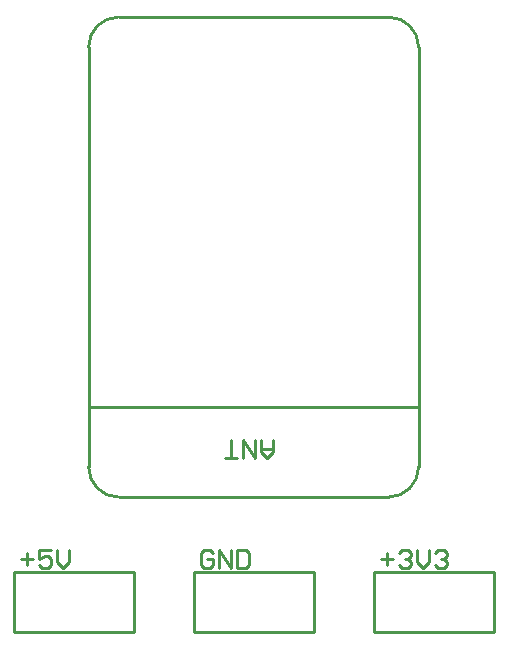
<source format=gto>
G04*
G04 #@! TF.GenerationSoftware,Altium Limited,Altium Designer,20.0.9 (164)*
G04*
G04 Layer_Color=65535*
%FSLAX25Y25*%
%MOIN*%
G70*
G01*
G75*
%ADD10C,0.01000*%
D10*
X540000Y390000D02*
G03*
X530000Y400000I-10000J0D01*
G01*
X440000D02*
G03*
X430000Y390000I0J-10000D01*
G01*
X530000Y240000D02*
G03*
X540000Y250000I0J10000D01*
G01*
X430000D02*
G03*
X440000Y240000I10000J0D01*
G01*
X430000Y270000D02*
X540000Y270000D01*
X440000Y400000D02*
X530000D01*
X540000Y250000D02*
X540000Y390000D01*
X440000Y240000D02*
X530000D01*
X430000Y250000D02*
Y390000D01*
X525000Y195000D02*
Y215000D01*
Y195000D02*
X565000D01*
Y215000D01*
X525000D02*
X565000D01*
X465000Y195000D02*
Y215000D01*
Y195000D02*
X505000D01*
Y215000D01*
X465000D02*
X505000D01*
X405000Y195000D02*
Y215000D01*
Y195000D02*
X445000D01*
Y215000D01*
X405000D02*
X445000D01*
X491378Y258878D02*
Y254879D01*
X489379Y252880D01*
X487379Y254879D01*
Y258878D01*
Y255879D01*
X491378D01*
X485380Y258878D02*
Y252880D01*
X481381Y258878D01*
Y252880D01*
X479382D02*
X475383D01*
X477383D01*
Y258878D01*
X471599Y221398D02*
X470599Y222398D01*
X468600D01*
X467600Y221398D01*
Y217400D01*
X468600Y216400D01*
X470599D01*
X471599Y217400D01*
Y219399D01*
X469599D01*
X473598Y216400D02*
Y222398D01*
X477597Y216400D01*
Y222398D01*
X479596D02*
Y216400D01*
X482595D01*
X483595Y217400D01*
Y221398D01*
X482595Y222398D01*
X479596D01*
X527600Y219399D02*
X531599D01*
X529599Y221398D02*
Y217400D01*
X533598Y221398D02*
X534598Y222398D01*
X536597D01*
X537597Y221398D01*
Y220399D01*
X536597Y219399D01*
X535597D01*
X536597D01*
X537597Y218399D01*
Y217400D01*
X536597Y216400D01*
X534598D01*
X533598Y217400D01*
X539596Y222398D02*
Y218399D01*
X541596Y216400D01*
X543595Y218399D01*
Y222398D01*
X545594Y221398D02*
X546594Y222398D01*
X548593D01*
X549593Y221398D01*
Y220399D01*
X548593Y219399D01*
X547593D01*
X548593D01*
X549593Y218399D01*
Y217400D01*
X548593Y216400D01*
X546594D01*
X545594Y217400D01*
X407600Y219399D02*
X411599D01*
X409599Y221398D02*
Y217400D01*
X417597Y222398D02*
X413598D01*
Y219399D01*
X415597Y220399D01*
X416597D01*
X417597Y219399D01*
Y217400D01*
X416597Y216400D01*
X414598D01*
X413598Y217400D01*
X419596Y222398D02*
Y218399D01*
X421595Y216400D01*
X423595Y218399D01*
Y222398D01*
M02*

</source>
